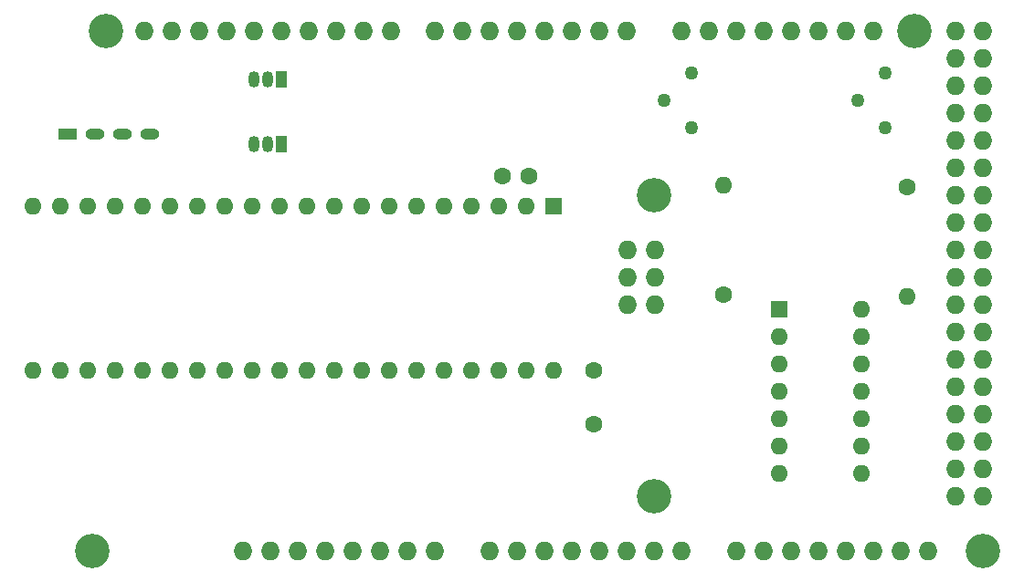
<source format=gbr>
%TF.GenerationSoftware,KiCad,Pcbnew,(6.0.8)*%
%TF.CreationDate,2022-10-05T16:47:09+02:00*%
%TF.ProjectId,MostekDumper,4d6f7374-656b-4447-956d-7065722e6b69,rev?*%
%TF.SameCoordinates,Original*%
%TF.FileFunction,Soldermask,Top*%
%TF.FilePolarity,Negative*%
%FSLAX46Y46*%
G04 Gerber Fmt 4.6, Leading zero omitted, Abs format (unit mm)*
G04 Created by KiCad (PCBNEW (6.0.8)) date 2022-10-05 16:47:09*
%MOMM*%
%LPD*%
G01*
G04 APERTURE LIST*
%ADD10O,1.727200X1.727200*%
%ADD11C,3.200000*%
%ADD12R,1.600000X1.600000*%
%ADD13O,1.600000X1.600000*%
%ADD14R,1.050000X1.500000*%
%ADD15O,1.050000X1.500000*%
%ADD16O,1.800000X1.000000*%
%ADD17R,1.800000X1.000000*%
%ADD18C,1.260000*%
%ADD19C,1.600000*%
G04 APERTURE END LIST*
D10*
%TO.C,XA1*%
X154117000Y-77930000D03*
X156657000Y-77930000D03*
X156657000Y-75390000D03*
X154117000Y-75390000D03*
X156657000Y-72850000D03*
X141290000Y-100790000D03*
X136210000Y-100790000D03*
X133670000Y-100790000D03*
X131130000Y-100790000D03*
X128590000Y-100790000D03*
X126050000Y-100790000D03*
X123510000Y-100790000D03*
X120970000Y-100790000D03*
X176850000Y-52530000D03*
X174310000Y-52530000D03*
X171770000Y-52530000D03*
X169230000Y-52530000D03*
X166690000Y-52530000D03*
X164150000Y-52530000D03*
X161610000Y-52530000D03*
X159070000Y-52530000D03*
X153990000Y-52530000D03*
X151450000Y-52530000D03*
X148910000Y-52530000D03*
X146370000Y-52530000D03*
X143830000Y-52530000D03*
X141290000Y-52530000D03*
X138750000Y-52530000D03*
X136210000Y-52530000D03*
X116906000Y-52530000D03*
X132146000Y-52530000D03*
X129606000Y-52530000D03*
X127066000Y-52530000D03*
D11*
X156530000Y-95710000D03*
X156530000Y-67770000D03*
X180660000Y-52530000D03*
X105730000Y-52530000D03*
X187010000Y-100790000D03*
X104460000Y-100790000D03*
D10*
X109286000Y-52530000D03*
X111826000Y-52530000D03*
X114366000Y-52530000D03*
X119446000Y-52530000D03*
X121986000Y-52530000D03*
X124526000Y-52530000D03*
X118430000Y-100790000D03*
X143830000Y-100790000D03*
X146370000Y-100790000D03*
X148910000Y-100790000D03*
X151450000Y-100790000D03*
X153990000Y-100790000D03*
X156530000Y-100790000D03*
X159070000Y-100790000D03*
X164150000Y-100790000D03*
X166690000Y-100790000D03*
X169230000Y-100790000D03*
X171770000Y-100790000D03*
X174310000Y-100790000D03*
X176850000Y-100790000D03*
X179390000Y-100790000D03*
X181930000Y-100790000D03*
X184470000Y-52530000D03*
X187010000Y-52530000D03*
X184470000Y-55070000D03*
X187010000Y-55070000D03*
X184470000Y-57610000D03*
X187010000Y-57610000D03*
X184470000Y-60150000D03*
X187010000Y-60150000D03*
X184470000Y-62690000D03*
X187010000Y-62690000D03*
X184470000Y-65230000D03*
X187010000Y-65230000D03*
X184470000Y-67770000D03*
X187010000Y-67770000D03*
X184470000Y-70310000D03*
X187010000Y-70310000D03*
X184470000Y-72850000D03*
X187010000Y-72850000D03*
X184470000Y-75390000D03*
X187010000Y-75390000D03*
X184470000Y-77930000D03*
X187010000Y-77930000D03*
X184470000Y-80470000D03*
X187010000Y-80470000D03*
X184470000Y-83010000D03*
X187010000Y-83010000D03*
X184470000Y-85550000D03*
X187010000Y-85550000D03*
X184470000Y-88090000D03*
X187010000Y-88090000D03*
X184470000Y-90630000D03*
X187010000Y-90630000D03*
X184470000Y-93170000D03*
X187010000Y-93170000D03*
X184470000Y-95710000D03*
X187010000Y-95710000D03*
X154117000Y-72850000D03*
%TD*%
D12*
%TO.C,U5*%
X147260000Y-68760000D03*
D13*
X144720000Y-68760000D03*
X142180000Y-68760000D03*
X139640000Y-68760000D03*
X137100000Y-68760000D03*
X134560000Y-68760000D03*
X132020000Y-68760000D03*
X129480000Y-68760000D03*
X126940000Y-68760000D03*
X124400000Y-68760000D03*
X121860000Y-68760000D03*
X119320000Y-68760000D03*
X116780000Y-68760000D03*
X114240000Y-68760000D03*
X111700000Y-68760000D03*
X109160000Y-68760000D03*
X106620000Y-68760000D03*
X104080000Y-68760000D03*
X101540000Y-68760000D03*
X99000000Y-68760000D03*
X99000000Y-84000000D03*
X101540000Y-84000000D03*
X104080000Y-84000000D03*
X106620000Y-84000000D03*
X109160000Y-84000000D03*
X111700000Y-84000000D03*
X114240000Y-84000000D03*
X116780000Y-84000000D03*
X119320000Y-84000000D03*
X121860000Y-84000000D03*
X124400000Y-84000000D03*
X126940000Y-84000000D03*
X129480000Y-84000000D03*
X132020000Y-84000000D03*
X134560000Y-84000000D03*
X137100000Y-84000000D03*
X139640000Y-84000000D03*
X142180000Y-84000000D03*
X144720000Y-84000000D03*
X147260000Y-84000000D03*
%TD*%
D14*
%TO.C,U4*%
X122000000Y-63000000D03*
D15*
X120730000Y-63000000D03*
X119460000Y-63000000D03*
%TD*%
D14*
%TO.C,U3*%
X122000000Y-57000000D03*
D15*
X120730000Y-57000000D03*
X119460000Y-57000000D03*
%TD*%
D16*
%TO.C,U2*%
X109810000Y-62100000D03*
X107270000Y-62100000D03*
X104730000Y-62100000D03*
D17*
X102190000Y-62100000D03*
%TD*%
D12*
%TO.C,U1*%
X168200000Y-78375000D03*
D13*
X168200000Y-80915000D03*
X168200000Y-83455000D03*
X168200000Y-85995000D03*
X168200000Y-88535000D03*
X168200000Y-91075000D03*
X168200000Y-93615000D03*
X175820000Y-93615000D03*
X175820000Y-91075000D03*
X175820000Y-88535000D03*
X175820000Y-85995000D03*
X175820000Y-83455000D03*
X175820000Y-80915000D03*
X175820000Y-78375000D03*
%TD*%
D18*
%TO.C,RV2*%
X160000000Y-56445000D03*
X157460000Y-58985000D03*
X160000000Y-61525000D03*
%TD*%
%TO.C,RV1*%
X178000000Y-56445000D03*
X175460000Y-58985000D03*
X178000000Y-61525000D03*
%TD*%
D13*
%TO.C,R2*%
X163000000Y-66840000D03*
D19*
X163000000Y-77000000D03*
%TD*%
%TO.C,R1*%
X180000000Y-67000000D03*
D13*
X180000000Y-77160000D03*
%TD*%
D19*
%TO.C,C2*%
X151000000Y-84000000D03*
X151000000Y-89000000D03*
%TD*%
%TO.C,C1*%
X142500000Y-66000000D03*
X145000000Y-66000000D03*
%TD*%
M02*

</source>
